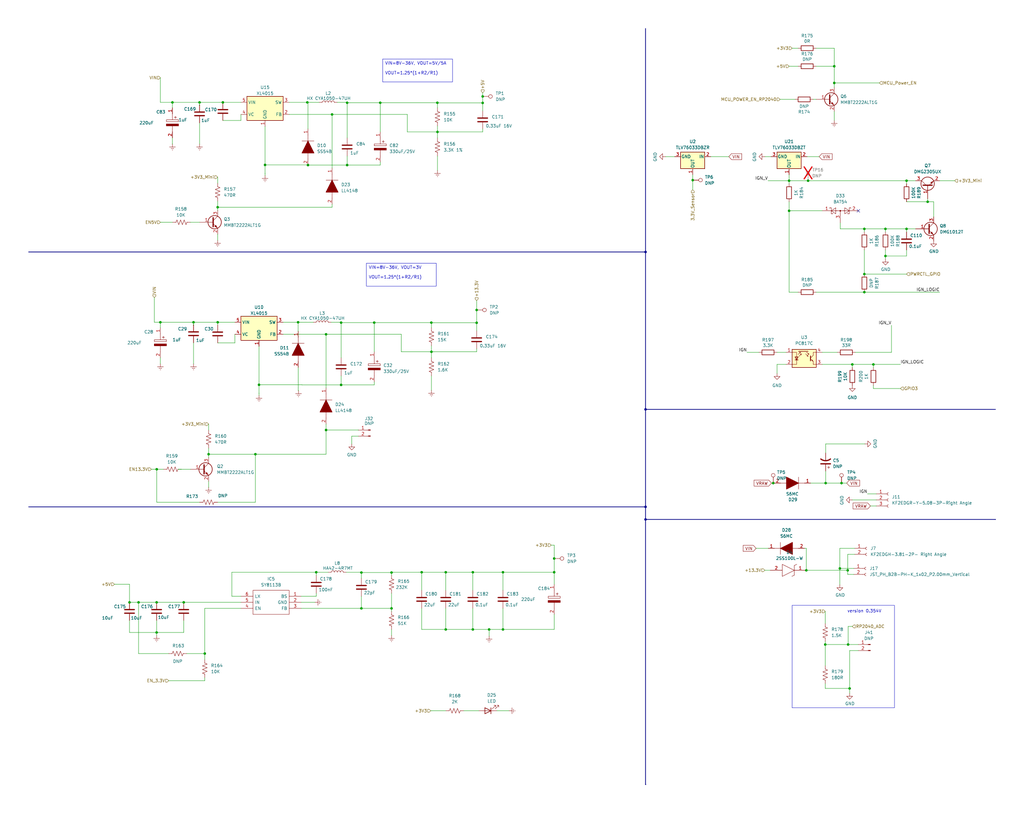
<source format=kicad_sch>
(kicad_sch (version 20250114) (generator "eeschema") (generator_version "9.0")
  (paper "User" 431.8 342.9)
  (rectangle (start 334.01 255.27) (end 377.19 298.45))
  (text "version 0.354V\n" (at 364.49 257.81 0) (effects (font (size 1.27 1.27))))
  (text_box "VIN=8V-36V, VOUT=3V\n\nVOUT=1.25*(1+R2/R1)" (at 154.5047 111.0058 0) (size 29.464 9.652) (margins 0.9525 0.9525 0.9525 0.9525) (effects (font (size 1.27 1.27)) (justify left top)))
  (text_box "VIN=8V-36V, VOUT=5V/5A\n\nVOUT=1.25*(1+R2/R1)" (at 161.3627 24.8998 0) (size 29.464 9.652) (margins 0.9525 0.9525 0.9525 0.9525) (effects (font (size 1.27 1.27)) (justify left top)))
  (junction (at 77.47 254))
  (junction (at 87.9567 191.5238))
  (junction (at 109.22 162.2591))
  (junction (at 66.04 266.7))
  (junction (at 382.27 96.52))
  (junction (at 272.2111 219.027))
  (junction (at 81.6019 135.89))
  (junction (at 326.0562 203.7098))
  (junction (at 133.35 241.3))
  (junction (at 272.2111 172.6156))
  (junction (at 66.04 254))
  (junction (at 200.9867 136.109))
  (junction (at 212.09 265.43))
  (junction (at 84.1419 43.18))
  (junction (at 160.3467 43.3232))
  (junction (at 181.9367 148.3438))
  (junction (at 129.5952 43.18))
  (junction (at 272.2111 106.2507))
  (junction (at 91.7921 135.89))
  (junction (at 351.79 34.9836))
  (junction (at 332.74 76.2))
  (junction (at 137.4867 181.3307))
  (junction (at 357.6299 271.78))
  (junction (at 364.49 96.52))
  (junction (at 373.38 96.52))
  (junction (at 72.7125 43.18))
  (junction (at 184.4767 55.6338))
  (junction (at 212.09 241.3))
  (junction (at 373.38 107.95))
  (junction (at 347.98 271.78))
  (junction (at 292.1 75.9559))
  (junction (at 351.79 27.94))
  (junction (at 203.5267 40.6677))
  (junction (at 137.4867 140.97))
  (junction (at 354.1571 239.698))
  (junction (at 111.76 69.5491))
  (junction (at 107.7044 191.5238))
  (junction (at 165.1 241.4213))
  (junction (at 364.49 115.57))
  (junction (at 348.152 203.7098))
  (junction (at 152.4 241.4213))
  (junction (at 357.4474 240.4977))
  (junction (at 391.16 85.09))
  (junction (at 129.8667 69.6038))
  (junction (at 340.0248 240.4977))
  (junction (at 206.248 265.43))
  (junction (at 177.8 241.3))
  (junction (at 200.9867 130.7165))
  (junction (at 340.7506 76.2))
  (junction (at 233.68 241.3))
  (junction (at 364.49 123.19))
  (junction (at 358.2651 290.3061))
  (junction (at 143.8367 162.3138))
  (junction (at 187.96 265.43))
  (junction (at 66.0848 197.8738))
  (junction (at 91.7667 87.3838))
  (junction (at 152.4 256.54))
  (junction (at 146.3767 43.3232))
  (junction (at 140.0267 48.26))
  (junction (at 199.39 241.3))
  (junction (at 67.6367 135.89))
  (junction (at 54.61 254))
  (junction (at 354.8526 203.7098))
  (junction (at 157.8067 136.0332))
  (junction (at 181.8942 136.0332))
  (junction (at 143.8367 136.0332))
  (junction (at 382.27 76.2))
  (junction (at 93.98 43.18))
  (junction (at 86.36 275.59))
  (junction (at 368.3 153.67))
  (junction (at 58.42 254))
  (junction (at 272.2111 213.7291))
  (junction (at 359.41 153.67))
  (junction (at 125.6954 135.89))
  (junction (at 203.5267 43.399))
  (junction (at 332.74 88.9))
  (junction (at 165.1 256.54))
  (junction (at 187.96 241.3))
  (junction (at 146.3767 69.6038))
  (junction (at 184.4342 43.3232))
  (junction (at 233.68 235.5096))
  (junction (at 199.39 265.43))
  (no_connect (at 361.95 88.9))
  (wire (pts (xy 81.6019 135.89) (xy 91.7921 135.89)))
  (wire (pts (xy 86.36 275.59) (xy 86.36 278.13)))
  (wire (pts (xy 140.0267 87.3838) (xy 140.0267 86.1138)))
  (wire (pts (xy 91.7667 88.6167) (xy 91.7825 88.6167)))
  (wire (pts (xy 177.8 241.3) (xy 165.1 241.3)))
  (wire (pts (xy 129.8667 54.3638) (xy 129.8667 43.18)))
  (wire (pts (xy 375.92 148.59) (xy 360.68 148.59)))
  (wire (pts (xy 181.61 299.72) (xy 187.96 299.72)))
  (wire (pts (xy 137.4867 178.8238) (xy 137.4867 181.3307)))
  (wire (pts (xy 97.79 251.46) (xy 97.79 241.3)))
  (wire (pts (xy 143.8367 158.5038) (xy 143.8367 162.3138)))
  (wire (pts (xy 344.17 20.32) (xy 351.79 20.32)))
  (wire (pts (xy 133.35 241.3) (xy 133.35 242.57)))
  (wire (pts (xy 58.42 254) (xy 66.04 254)))
  (wire (pts (xy 332.74 76.2) (xy 340.7506 76.2)))
  (wire (pts (xy 111.76 69.5491) (xy 111.76 73.1676)))
  (wire (pts (xy 169.2367 148.3438) (xy 181.9367 148.3438)))
  (wire (pts (xy 203.5267 40.6677) (xy 203.5267 43.399)))
  (wire (pts (xy 368.3 154.94) (xy 368.3 153.67)))
  (wire (pts (xy 344.17 123.19) (xy 364.49 123.19)))
  (wire (pts (xy 203.5267 43.399) (xy 203.5267 46.7438)))
  (wire (pts (xy 157.8067 162.3138) (xy 143.8367 162.3138)))
  (wire (pts (xy 165.1 241.3) (xy 165.1 241.4213)))
  (bus (pts (xy 272.2111 172.6156) (xy 419.7618 172.6156)))
  (wire (pts (xy 81.6019 137.16) (xy 81.6067 137.16)))
  (wire (pts (xy 357.4474 240.4977) (xy 357.4474 242.238)))
  (wire (pts (xy 54.61 266.7) (xy 66.04 266.7)))
  (wire (pts (xy 280.67 66.04) (xy 284.48 66.04)))
  (wire (pts (xy 341.802 203.7098) (xy 348.152 203.7098)))
  (wire (pts (xy 80.3367 93.6967) (xy 80.3367 93.7338)))
  (wire (pts (xy 109.22 162.2591) (xy 109.22 165.8776)))
  (wire (pts (xy 91.7667 101.3538) (xy 91.7667 98.7767)))
  (wire (pts (xy 326.0562 203.7098) (xy 326.562 203.7098)))
  (wire (pts (xy 357.6299 264.16) (xy 357.6299 271.78)))
  (wire (pts (xy 137.4867 181.3307) (xy 151.13 181.3307)))
  (wire (pts (xy 111.76 53.34) (xy 111.76 69.5491)))
  (wire (pts (xy 199.39 256.54) (xy 199.39 265.43)))
  (wire (pts (xy 199.39 265.43) (xy 206.248 265.43)))
  (wire (pts (xy 351.79 20.32) (xy 351.79 27.94)))
  (wire (pts (xy 87.9542 191.5238) (xy 87.9542 192.835)))
  (wire (pts (xy 322.4983 240.462) (xy 322.4983 240.4977)))
  (wire (pts (xy 75.2542 197.915) (xy 75.2542 197.8738)))
  (wire (pts (xy 360.0575 242.238) (xy 357.4474 242.238)))
  (wire (pts (xy 195.58 299.72) (xy 201.93 299.72)))
  (wire (pts (xy 66.04 267.97) (xy 66.04 266.7)))
  (wire (pts (xy 346.71 148.59) (xy 353.06 148.59)))
  (wire (pts (xy 143.51 136.0332) (xy 143.8367 136.0332)))
  (wire (pts (xy 382.27 96.52) (xy 373.38 96.52)))
  (wire (pts (xy 143.8367 136.0332) (xy 157.8067 136.0332)))
  (wire (pts (xy 160.3467 55.6338) (xy 160.3467 43.3232)))
  (wire (pts (xy 91.7667 98.7767) (xy 91.7825 98.7767)))
  (wire (pts (xy 206.248 265.43) (xy 206.248 268.224)))
  (wire (pts (xy 84.1419 43.18) (xy 93.98 43.18)))
  (wire (pts (xy 199.39 241.3) (xy 187.96 241.3)))
  (wire (pts (xy 332.74 85.09) (xy 332.74 88.9)))
  (wire (pts (xy 165.1 257.81) (xy 165.1 256.54)))
  (wire (pts (xy 233.68 259.08) (xy 233.68 265.43)))
  (wire (pts (xy 132.0501 135.89) (xy 132.0501 135.8854)))
  (wire (pts (xy 121.92 43.18) (xy 129.5952 43.18)))
  (bus (pts (xy 12.0996 213.7291) (xy 272.2111 213.7291)))
  (wire (pts (xy 87.9567 178.8238) (xy 87.9567 181.3638)))
  (wire (pts (xy 66.04 254) (xy 77.47 254)))
  (wire (pts (xy 157.8067 161.0438) (xy 157.8067 162.3138)))
  (wire (pts (xy 209.55 299.72) (xy 214.63 299.72)))
  (wire (pts (xy 67.6367 138.1838) (xy 67.6367 135.89)))
  (wire (pts (xy 364.49 105.41) (xy 364.49 115.57)))
  (wire (pts (xy 87.9567 191.5238) (xy 107.7044 191.5238)))
  (wire (pts (xy 357.042 203.7098) (xy 354.8526 203.7098)))
  (wire (pts (xy 140.0267 48.26) (xy 140.0267 70.8738)))
  (wire (pts (xy 67.6367 135.89) (xy 81.6019 135.89)))
  (bus (pts (xy 12.0738 106.2507) (xy 272.2111 106.2507)))
  (wire (pts (xy 137.4867 181.3307) (xy 137.4867 191.5238)))
  (wire (pts (xy 54.61 261.62) (xy 54.61 266.7)))
  (wire (pts (xy 347.98 257.81) (xy 347.98 262.89)))
  (wire (pts (xy 332.74 76.2) (xy 332.74 77.47)))
  (wire (pts (xy 91.7667 74.6838) (xy 91.7667 77.2238)))
  (wire (pts (xy 101.6 251.46) (xy 97.79 251.46)))
  (wire (pts (xy 109.22 146.05) (xy 109.22 162.2591)))
  (wire (pts (xy 101.6 256.54) (xy 86.36 256.54)))
  (wire (pts (xy 133.35 241.3) (xy 138.43 241.3)))
  (wire (pts (xy 67.6367 93.7338) (xy 72.7167 93.7338)))
  (wire (pts (xy 382.27 105.41) (xy 382.27 107.95)))
  (wire (pts (xy 181.9367 148.3438) (xy 181.9367 150.8838)))
  (wire (pts (xy 137.4867 140.97) (xy 169.2367 140.97)))
  (wire (pts (xy 177.8 241.3) (xy 177.8 248.92)))
  (wire (pts (xy 187.96 241.3) (xy 177.8 241.3)))
  (wire (pts (xy 382.27 85.09) (xy 391.16 85.09)))
  (wire (pts (xy 331.47 153.67) (xy 327.66 153.67)))
  (bus (pts (xy 272.2111 219.027) (xy 419.7618 219.027)))
  (wire (pts (xy 347.98 290.3061) (xy 358.2651 290.3061)))
  (wire (pts (xy 157.8067 148.3438) (xy 157.8067 136.0332)))
  (wire (pts (xy 332.74 73.66) (xy 332.74 76.2)))
  (wire (pts (xy 332.74 27.94) (xy 336.55 27.94)))
  (wire (pts (xy 292.1 75.9559) (xy 292.1 73.66)))
  (wire (pts (xy 368.3 153.67) (xy 379.73 153.67)))
  (wire (pts (xy 65.0967 125.4838) (xy 65.0967 135.89)))
  (wire (pts (xy 212.09 256.54) (xy 212.09 265.43)))
  (wire (pts (xy 86.36 287.02) (xy 86.36 285.75)))
  (wire (pts (xy 171.7767 55.6338) (xy 184.4767 55.6338)))
  (wire (pts (xy 212.09 241.3) (xy 212.09 248.92)))
  (wire (pts (xy 78.74 275.59) (xy 86.36 275.59)))
  (wire (pts (xy 368.3 163.83) (xy 368.3 162.56)))
  (wire (pts (xy 165.1 250.19) (xy 165.1 256.54)))
  (wire (pts (xy 351.79 34.9836) (xy 351.79 36.83)))
  (wire (pts (xy 129.8667 69.5491) (xy 129.8667 69.6038)))
  (wire (pts (xy 314.96 148.59) (xy 320.04 148.59)))
  (wire (pts (xy 146.05 43.3232) (xy 146.3767 43.3232)))
  (wire (pts (xy 67.6367 150.8838) (xy 67.6367 153.4238)))
  (wire (pts (xy 354.1571 231.2377) (xy 354.1571 239.698)))
  (wire (pts (xy 93.98 50.8) (xy 101.6 50.8)))
  (wire (pts (xy 148.336 183.896) (xy 148.336 187.198)))
  (wire (pts (xy 373.38 107.95) (xy 373.38 109.22)))
  (wire (pts (xy 151.13 183.896) (xy 148.336 183.896)))
  (wire (pts (xy 184.4767 55.6338) (xy 184.4767 58.1738)))
  (wire (pts (xy 200.9867 136.109) (xy 200.9867 139.4538)))
  (wire (pts (xy 327.66 148.59) (xy 331.47 148.59)))
  (wire (pts (xy 184.4342 43.3232) (xy 184.4767 43.3232)))
  (wire (pts (xy 87.9542 205.4938) (xy 87.9567 205.4938)))
  (wire (pts (xy 212.09 241.3) (xy 199.39 241.3)))
  (wire (pts (xy 72.7125 58.1395) (xy 72.7125 60.7138)))
  (wire (pts (xy 357.4474 233.7777) (xy 357.4474 240.4977)))
  (wire (pts (xy 299.72 66.04) (xy 307.34 66.04)))
  (bus (pts (xy 272.2111 106.2507) (xy 272.2111 172.6156)))
  (wire (pts (xy 184.4767 53.0938) (xy 184.4767 55.6338)))
  (wire (pts (xy 81.6067 137.16) (xy 81.6067 136.9138)))
  (wire (pts (xy 332.74 88.9) (xy 332.74 123.19)))
  (wire (pts (xy 181.9367 148.3438) (xy 200.9867 148.3438)))
  (wire (pts (xy 325.292 203.7098) (xy 326.0562 203.7098)))
  (wire (pts (xy 87.9567 188.9838) (xy 87.9567 191.5238)))
  (wire (pts (xy 146.3767 65.7938) (xy 146.3767 69.6038)))
  (wire (pts (xy 129.8667 43.18) (xy 129.5952 43.18)))
  (wire (pts (xy 63.8267 197.8738) (xy 66.0848 197.8738)))
  (wire (pts (xy 109.22 162.2591) (xy 127.3267 162.2591)))
  (wire (pts (xy 233.68 229.87) (xy 233.68 235.5096)))
  (wire (pts (xy 360.0575 239.698) (xy 354.1571 239.698)))
  (wire (pts (xy 146.3767 43.3232) (xy 160.3467 43.3232)))
  (wire (pts (xy 54.61 254) (xy 58.42 254)))
  (wire (pts (xy 340.0248 231.2472) (xy 340.0248 240.4977)))
  (wire (pts (xy 65.0967 135.89) (xy 67.6367 135.89)))
  (wire (pts (xy 358.2651 290.3061) (xy 358.2651 292.3085)))
  (wire (pts (xy 396.24 76.2) (xy 402.59 76.2)))
  (wire (pts (xy 351.79 27.94) (xy 344.17 27.94)))
  (wire (pts (xy 354.1571 239.698) (xy 354.1571 246.5382)))
  (wire (pts (xy 101.6 50.8) (xy 101.6 48.26)))
  (wire (pts (xy 373.38 107.95) (xy 382.27 107.95)))
  (wire (pts (xy 77.47 254) (xy 101.6 254)))
  (wire (pts (xy 181.9367 138.1838) (xy 181.9367 136.0332)))
  (wire (pts (xy 152.4 241.3) (xy 152.4 241.4213)))
  (wire (pts (xy 334.01 20.32) (xy 336.55 20.32)))
  (wire (pts (xy 48.26 246.38) (xy 54.61 246.38)))
  (wire (pts (xy 181.9367 145.8038) (xy 181.9367 148.3438)))
  (wire (pts (xy 396.24 123.19) (xy 364.49 123.19)))
  (wire (pts (xy 111.76 69.5491) (xy 129.8667 69.5491)))
  (wire (pts (xy 160.3467 43.3232) (xy 184.4342 43.3232)))
  (wire (pts (xy 125.73 154.94) (xy 125.73 164.7013)))
  (wire (pts (xy 233.68 246.38) (xy 233.68 241.3)))
  (wire (pts (xy 199.39 241.3) (xy 199.39 248.92)))
  (wire (pts (xy 373.38 96.52) (xy 373.38 97.79)))
  (wire (pts (xy 200.9867 126.7538) (xy 200.9867 130.7165)))
  (wire (pts (xy 332.74 88.9) (xy 346.71 88.9)))
  (wire (pts (xy 200.9867 136.109) (xy 181.8942 136.109)))
  (wire (pts (xy 375.92 137.16) (xy 375.92 148.59)))
  (wire (pts (xy 84.1419 44.45) (xy 84.1419 43.18)))
  (bus (pts (xy 272.2111 213.7291) (xy 272.2111 219.027)))
  (wire (pts (xy 233.68 235.5096) (xy 233.68 241.3)))
  (wire (pts (xy 66.04 261.62) (xy 66.04 266.7)))
  (wire (pts (xy 359.41 153.67) (xy 359.41 154.94)))
  (wire (pts (xy 233.68 241.3) (xy 212.09 241.3)))
  (wire (pts (xy 184.4767 55.6338) (xy 203.5267 55.6338)))
  (wire (pts (xy 373.38 105.41) (xy 373.38 107.95)))
  (wire (pts (xy 119.38 140.97) (xy 137.4867 140.97)))
  (wire (pts (xy 203.5267 55.6338) (xy 203.5267 54.3638)))
  (wire (pts (xy 354.33 93.98) (xy 354.33 96.52)))
  (wire (pts (xy 187.96 241.3) (xy 187.96 248.92)))
  (wire (pts (xy 107.7044 211.7633) (xy 107.7044 191.5238)))
  (wire (pts (xy 347.98 271.78) (xy 347.98 280.67)))
  (wire (pts (xy 364.49 96.52) (xy 364.49 97.79)))
  (wire (pts (xy 127.3267 162.3138) (xy 143.8367 162.3138)))
  (wire (pts (xy 91.7667 87.3838) (xy 140.0267 87.3838)))
  (wire (pts (xy 84.1625 93.6967) (xy 80.3367 93.6967)))
  (wire (pts (xy 292.1 80.01) (xy 292.1 75.9559)))
  (wire (pts (xy 382.27 96.52) (xy 386.08 96.52)))
  (wire (pts (xy 322.4983 240.4977) (xy 324.7848 240.4977)))
  (wire (pts (xy 361.95 271.78) (xy 357.6299 271.78)))
  (wire (pts (xy 152.4 251.46) (xy 152.4 256.54)))
  (wire (pts (xy 75.2542 197.8738) (xy 76.5267 197.8738)))
  (wire (pts (xy 84.1467 44.45) (xy 84.1467 44.2038)))
  (wire (pts (xy 91.7921 144.6065) (xy 99.06 144.6065)))
  (wire (pts (xy 86.36 256.54) (xy 86.36 275.59)))
  (wire (pts (xy 160.3467 68.3338) (xy 160.3467 69.6038)))
  (wire (pts (xy 67.6367 32.7738) (xy 67.6367 43.18)))
  (wire (pts (xy 125.6954 135.89) (xy 132.0501 135.89)))
  (wire (pts (xy 354.33 96.52) (xy 364.49 96.52)))
  (wire (pts (xy 81.6067 144.5338) (xy 81.6067 153.4238)))
  (wire (pts (xy 91.7921 135.89) (xy 99.06 135.89)))
  (wire (pts (xy 151.13 181.3307) (xy 151.13 181.356)))
  (wire (pts (xy 184.4342 43.399) (xy 184.4342 43.3232)))
  (wire (pts (xy 361.95 274.32) (xy 358.2651 274.32)))
  (wire (pts (xy 360.4175 231.2377) (xy 354.1571 231.2377)))
  (wire (pts (xy 146.05 43.1754) (xy 146.05 43.3232)))
  (wire (pts (xy 66.0848 197.8738) (xy 68.9067 197.8738)))
  (wire (pts (xy 323.85 76.2) (xy 332.74 76.2)))
  (wire (pts (xy 87.9542 202.995) (xy 87.9542 205.4938)))
  (wire (pts (xy 233.68 265.43) (xy 212.09 265.43)))
  (wire (pts (xy 368.3 153.67) (xy 359.41 153.67)))
  (wire (pts (xy 71.12 287.02) (xy 86.36 287.02)))
  (wire (pts (xy 125.6954 139.7) (xy 125.73 139.7)))
  (bus (pts (xy 419.7618 219.027) (xy 419.7618 219.0275)))
  (wire (pts (xy 165.1 256.54) (xy 152.4 256.54)))
  (wire (pts (xy 160.3467 69.6038) (xy 146.3767 69.6038)))
  (wire (pts (xy 91.7921 135.89) (xy 91.7921 136.9865)))
  (wire (pts (xy 379.73 163.83) (xy 368.3 163.83)))
  (wire (pts (xy 382.27 76.2) (xy 386.08 76.2)))
  (wire (pts (xy 324.0139 231.2377) (xy 318.8165 231.2377)))
  (wire (pts (xy 109.2247 165.8776) (xy 109.2247 166.707)))
  (wire (pts (xy 187.96 265.43) (xy 199.39 265.43)))
  (wire (pts (xy 72.7125 45.4395) (xy 72.7125 43.18)))
  (wire (pts (xy 143.51 135.8854) (xy 139.6701 135.8854)))
  (wire (pts (xy 327.66 153.67) (xy 327.66 157.48)))
  (wire (pts (xy 133.35 250.19) (xy 133.35 251.46)))
  (wire (pts (xy 364.49 115.57) (xy 382.27 115.57)))
  (wire (pts (xy 358.2651 274.32) (xy 358.2651 290.3061)))
  (wire (pts (xy 393.7 85.09) (xy 391.16 85.09)))
  (wire (pts (xy 66.0848 211.7633) (xy 66.0848 197.8738)))
  (wire (pts (xy 357.4474 233.7777) (xy 360.4175 233.7777)))
  (wire (pts (xy 347.98 288.29) (xy 347.98 290.3061)))
  (wire (pts (xy 203.5267 39.1238) (xy 203.5267 40.6677)))
  (wire (pts (xy 66.04 266.7) (xy 77.47 266.7)))
  (wire (pts (xy 87.9542 191.5238) (xy 87.9567 191.5238)))
  (wire (pts (xy 181.8942 136.109) (xy 181.8942 136.0332)))
  (wire (pts (xy 58.42 275.59) (xy 58.42 254)))
  (wire (pts (xy 129.5952 43.18) (xy 129.5952 43.1754)))
  (wire (pts (xy 54.61 246.38) (xy 54.61 254)))
  (wire (pts (xy 232.41 229.87) (xy 233.68 229.87)))
  (wire (pts (xy 165.1 242.57) (xy 165.1 241.4213)))
  (wire (pts (xy 125.73 164.7013) (xy 125.8771 164.7013)))
  (wire (pts (xy 146.05 43.1754) (xy 142.2101 43.1754)))
  (wire (pts (xy 84.1515 211.7633) (xy 66.0848 211.7633)))
  (wire (pts (xy 140.0267 48.26) (xy 171.7767 48.26)))
  (bus (pts (xy 272.2111 330.8199) (xy 272.3431 330.8199)))
  (wire (pts (xy 121.92 48.26) (xy 140.0267 48.26)))
  (wire (pts (xy 347.98 270.51) (xy 347.98 271.78)))
  (wire (pts (xy 165.1 241.4213) (xy 152.4 241.4213)))
  (wire (pts (xy 342.9 41.91) (xy 344.17 41.91)))
  (wire (pts (xy 365.76 208.28) (xy 369.5252 208.28)))
  (wire (pts (xy 184.4767 45.4738) (xy 184.4767 43.3232)))
  (wire (pts (xy 111.7647 73.1676) (xy 111.7647 73.997)))
  (wire (pts (xy 152.4 256.54) (xy 127 256.54)))
  (wire (pts (xy 322.58 66.04) (xy 325.12 66.04)))
  (wire (pts (xy 129.5952 43.1754) (xy 134.5901 43.1754)))
  (wire (pts (xy 157.8067 136.0332) (xy 181.8942 136.0332)))
  (wire (pts (xy 348.152 187.1998) (xy 348.152 191.0098)))
  (wire (pts (xy 77.47 261.62) (xy 77.47 266.7)))
  (wire (pts (xy 137.4867 140.97) (xy 137.4867 163.5838)))
  (wire (pts (xy 206.248 265.43) (xy 212.09 265.43)))
  (wire (pts (xy 72.7125 60.7138) (xy 72.7167 60.7138)))
  (wire (pts (xy 324.0139 231.2472) (xy 324.0139 231.2377)))
  (wire (pts (xy 72.7125 43.18) (xy 84.1419 43.18)))
  (wire (pts (xy 382.27 97.79) (xy 382.27 96.52)))
  (wire (pts (xy 177.8 256.54) (xy 177.8 265.43)))
  (wire (pts (xy 143.8367 136.0332) (xy 143.8367 150.8838)))
  (wire (pts (xy 200.9867 148.3438) (xy 200.9867 147.0738)))
  (wire (pts (xy 359.41 210.82) (xy 369.5252 210.82)))
  (wire (pts (xy 359.41 264.16) (xy 357.6299 264.16)))
  (wire (pts (xy 99.06 144.6065) (xy 99.06 140.97)))
  (wire (pts (xy 146.3767 43.3232) (xy 146.3767 58.1738)))
  (wire (pts (xy 357.6299 271.78) (xy 347.98 271.78)))
  (wire (pts (xy 391.16 85.09) (xy 391.16 83.82)))
  (wire (pts (xy 373.38 96.52) (xy 364.49 96.52)))
  (wire (pts (xy 177.8 265.43) (xy 187.96 265.43)))
  (wire (pts (xy 129.8667 69.6038) (xy 146.3767 69.6038)))
  (wire (pts (xy 127.3267 162.2591) (xy 127.3267 162.3138)))
  (wire (pts (xy 340.36 66.04) (xy 345.44 66.04)))
  (wire (pts (xy 367.03 213.36) (xy 369.5252 213.36)))
  (wire (pts (xy 109.22 165.8776) (xy 109.2247 165.8776)))
  (bus (pts (xy 272.2111 219.027) (xy 272.2111 330.8199)))
  (wire (pts (xy 184.4767 65.7938) (xy 184.4767 71.8898)))
  (wire (pts (xy 84.1419 44.45) (xy 84.1467 44.45)))
  (wire (pts (xy 67.6367 43.18) (xy 72.7125 43.18)))
  (wire (pts (xy 351.79 34.9836) (xy 370.84 34.9836)))
  (wire (pts (xy 328.93 41.91) (xy 335.28 41.91)))
  (wire (pts (xy 187.96 256.54) (xy 187.96 265.43)))
  (bus (pts (xy 272.2111 172.6156) (xy 272.2111 213.7291)))
  (wire (pts (xy 71.12 275.59) (xy 58.42 275.59)))
  (wire (pts (xy 91.7667 87.3838) (xy 91.7667 88.6167)))
  (wire (pts (xy 200.9867 130.7165) (xy 200.9867 136.109)))
  (wire (pts (xy 169.2367 140.97) (xy 169.2367 148.3438)))
  (wire (pts (xy 203.5267 43.399) (xy 184.4342 43.399)))
  (wire (pts (xy 75.2542 197.915) (xy 80.3342 197.915)))
  (wire (pts (xy 91.7667 84.8438) (xy 91.7667 87.3838)))
  (wire (pts (xy 181.9367 158.5038) (xy 181.9367 164.5998)))
  (wire (pts (xy 81.6019 137.16) (xy 81.6019 135.89)))
  (wire (pts (xy 340.0248 240.4977) (xy 357.4474 240.4977)))
  (wire (pts (xy 351.79 27.94) (xy 351.79 34.9836)))
  (wire (pts (xy 171.7767 48.26) (xy 171.7767 55.6338)))
  (wire (pts (xy 133.35 251.46) (xy 127 251.46)))
  (wire (pts (xy 351.79 46.99) (xy 351.79 50.8)))
  (wire (pts (xy 146.05 241.3) (xy 152.4 241.3)))
  (wire (pts (xy 84.1467 51.8238) (xy 84.1467 60.7138)))
  (wire (pts (xy 348.152 203.7098) (xy 354.8526 203.7098)))
  (wire (pts (xy 107.7044 191.5238) (xy 137.4867 191.5238)))
  (wire (pts (xy 364.662 187.1998) (xy 348.152 187.1998)))
  (wire (pts (xy 165.1 265.43) (xy 165.1 267.97)))
  (wire (pts (xy 340.7506 76.2) (xy 382.27 76.2)))
  (wire (pts (xy 382.27 77.47) (xy 382.27 76.2)))
  (wire (pts (xy 119.38 135.89) (xy 125.6954 135.89)))
  (wire (pts (xy 127 254) (xy 132.8116 254)))
  (wire (pts (xy 348.152 198.6298) (xy 348.152 203.7098)))
  (wire (pts (xy 359.41 153.67) (xy 346.71 153.67)))
  (wire (pts (xy 181.8942 136.0332) (xy 181.9367 136.0332)))
  (wire (pts (xy 143.51 135.8854) (xy 143.51 136.0332)))
  (wire (pts (xy 336.55 123.19) (xy 332.74 123.19)))
  (wire (pts (xy 93.98 43.18) (xy 101.6 43.18)))
  (wire (pts (xy 339.2539 231.2472) (xy 340.0248 231.2472)))
  (bus (pts (xy 272.2111 12.0238) (xy 272.2111 106.2507)))
  (wire (pts (xy 152.4 241.4213) (xy 152.4 243.84)))
  (wire (pts (xy 393.7 85.09) (xy 393.7 91.44)))
  (wire (pts (xy 111.76 73.1676) (xy 111.7647 73.1676)))
  (wire (pts (xy 97.79 241.3) (xy 133.35 241.3)))
  (wire (pts (xy 91.7715 211.7633) (xy 107.7044 211.7633)))
  (wire (pts (xy 125.6954 135.89) (xy 125.6954 139.7)))
  (label "IGN_LOGIC" (at 379.73 153.67 0))
  (label "IGN" (at 365.76 208.28 180))
  (label "IGN_V" (at 323.85 76.2 180))
  (label "IGN_V" (at 375.92 137.16 180))
  (label "IGN_LOGIC" (at 396.24 123.19 180))
  (label "IGN" (at 314.96 148.59 180))
  (global_label "VIN" (shape input) (at 307.34 66.04 0) (property "Intersheetrefs" "${INTERSHEET_REFS}" (effects (hide yes))))
  (global_label "VIN" (shape input) (at 345.44 66.04 0) (property "Intersheetrefs" "${INTERSHEET_REFS}" (effects (hide yes))))
  (global_label "VRAW" (shape input) (at 367.03 213.36 180) (property "Intersheetrefs" "${INTERSHEET_REFS}" (effects (hide yes))))
  (global_label "VIN" (shape input) (at 318.8165 231.2377 180) (property "Intersheetrefs" "${INTERSHEET_REFS}" (effects (hide yes))))
  (global_label "VRAW" (shape input) (at 325.292 203.7098 180) (property "Intersheetrefs" "${INTERSHEET_REFS}" (effects (hide yes))))
  (global_label "VIN" (shape input) (at 357.042 203.7098 0) (property "Intersheetrefs" "${INTERSHEET_REFS}" (effects (hide yes))))
  (hierarchical_label "EN5V" (shape input) (at 67.6367 93.7338 180))
  (hierarchical_label "+3V3" (shape input) (at 334.01 20.32 180))
  (hierarchical_label "RP2040_ADC" (shape input) (at 359.41 264.16 0))
  (hierarchical_label "+5V" (shape input) (at 203.5267 39.1238 90))
  (hierarchical_label "GPIO3" (shape input) (at 379.73 163.83 0))
  (hierarchical_label "VIN" (shape input) (at 65.0967 125.4838 90))
  (hierarchical_label "EN_3.3V" (shape input) (at 71.12 287.02 180))
  (hierarchical_label "EN13.3V" (shape input) (at 63.8267 197.8738 180))
  (hierarchical_label "MCU_Power_EN" (shape input) (at 370.84 34.9836 0))
  (hierarchical_label "+3V3_Mini" (shape input) (at 91.7667 74.6838 180))
  (hierarchical_label "+3V3_Mini" (shape input) (at 87.9567 178.8238 180))
  (hierarchical_label "PWRCTL_GPIO" (shape input) (at 382.27 115.57 0))
  (hierarchical_label "+3V3" (shape input) (at 347.98 257.81 180))
  (hierarchical_label "+13.3V" (shape input) (at 200.9867 126.7538 90))
  (hierarchical_label "VIN" (shape input) (at 67.6367 32.7738 180))
  (hierarchical_label "+3V3" (shape input) (at 181.61 299.72 180))
  (hierarchical_label "+3V3" (shape input) (at 232.41 229.87 180))
  (hierarchical_label "+3V3_Mini" (shape input) (at 402.59 76.2 0))
  (hierarchical_label "+5V" (shape input) (at 332.74 27.94 180))
  (hierarchical_label "+13.3V" (shape input) (at 322.4983 240.462 180))
  (hierarchical_label "3.3V_Sensor" (shape input) (at 292.1 80.01 270))
  (hierarchical_label "+5V" (shape input) (at 48.26 246.38 180))
  (hierarchical_label "MCU_POWER_EN_RP2040" (shape input) (at 328.93 41.91 180))
  (symbol (lib_id "Device:R_US") (at 181.9367 154.6938 0) (unit 1)
    (property "Reference" "R162" (at 184.4767 153.4237 0) (effects (justify left)))
    (property "Value" "1.6K" (at 184.4767 155.9637 0) (effects (justify left)))
    (property "Footprint" "Resistor_SMD:R_0603_1608Metric" (effects (hide yes)))
    (property "Description" "Resistor, US symbol" (effects (hide yes)))
    (property "MPN" "0603WAF1601T5E" (effects (hide yes)))
  )
  (symbol (lib_id "Device:R") (at 323.85 148.59 270) (unit 1)
    (property "Reference" "R197" (at 323.85 143.3322 90))
    (property "Value" "3.3K" (at 323.85 145.6436 90))
    (property "Footprint" "Resistor_SMD:R_0603_1608Metric" (effects (hide yes)))
    (property "MPN" "0603WAF3301T5E" (effects (hide yes)))
  )
  (symbol (lib_id "power:GND") (at 280.67 66.04 270) (unit 1)
    (property "Reference" "#PWR0125" (effects (hide yes)))
    (property "Value" "GND" (at 276.2758 66.167 0))
  )
  (symbol (lib_id "Device:L") (at 135.8601 135.8854 90) (unit 1)
    (property "Reference" "L3" (at 135.8601 132.0754 90))
    (property "Value" "HX CYA1050-47UH" (at 136.0742 134.1794 90))
    (property "Footprint" "CYA1050-47UH:L_Bourns_SRR1208_12.7x12.7mm" (effects (hide yes)))
    (property "MPN" "HX CYA1050-47UH" (effects (hide yes)))
  )
  (symbol (lib_id "SS54B:SS54B") (at 129.8667 54.3638 270) (unit 1)
    (property "Reference" "D10" (at 133.6767 61.3488 90) (effects (justify left)))
    (property "Value" "SS54B" (at 133.6767 63.8888 90) (effects (justify left)))
    (property "Footprint" "Library:SS54B" (effects (hide yes)))
    (property "Datasheet" "https://datasheet.datasheetarchive.com/originals/distributors/Datasheets-3/DSA-43270.pdf" (effects (hide yes)))
    (property "Description" "HY Electronic Corp SS54B, SMT Rectifier Schottky Diode, 40V 5A, 2-Pin SMB" (effects (hide yes)))
    (property "Height" "2.44" (effects (hide yes)))
    (property "Manufacturer_Name" "HY Electronic" (effects (hide yes)))
    (property "Manufacturer_Part_Number" "SS54B" (effects (hide yes)))
    (property "MPN" "SS54B" (effects (hide yes)))
  )
  (symbol (lib_id "Device:R_US") (at 181.9367 141.9938 0) (unit 1)
    (property "Reference" "R161" (at 184.4767 140.7237 0) (effects (justify left)))
    (property "Value" "15K" (at 184.4767 143.2637 0) (effects (justify left)))
    (property "Footprint" "Resistor_SMD:R_0603_1608Metric" (effects (hide yes)))
    (property "Description" "Resistor, US symbol" (effects (hide yes)))
    (property "MPN" "0603WAF1502T5E" (effects (hide yes)))
  )
  (symbol (lib_id "Device:R_US") (at 72.7167 197.8738 90) (unit 1)
    (property "Reference" "R159" (at 72.4627 192.2858 90))
    (property "Value" "10K" (at 72.4627 194.8258 90))
    (property "Footprint" "Resistor_SMD:R_0603_1608Metric" (effects (hide yes)))
    (property "Description" "Resistor, US symbol" (effects (hide yes)))
    (property "MPN" "0603WAF1002T5E" (effects (hide yes)))
  )
  (symbol (lib_id "Connector:TestPoint") (at 292.1 75.9559 270) (unit 1)
    (property "Reference" "TP6" (at 297.18 74.6858 90) (effects (justify left)))
    (property "Value" "DNP" (at 297.18 77.2258 90) (effects (justify left)))
    (property "Footprint" "TestPoint:TestPoint_Pad_1.0x1.0mm" (effects (hide yes)))
    (property "Description" "test point" (effects (hide yes)))
  )
  (symbol (lib_id "Device:C") (at 187.96 252.73 180) (unit 1)
    (property "Reference" "C181" (at 189.484 250.444 0) (effects (justify right)))
    (property "Value" "22uF" (at 188.976 255.016 0) (effects (justify right)))
    (property "Footprint" "Capacitor_SMD:C_0603_1608Metric" (effects (hide yes)))
    (property "MPN" "CL10A226MQ8NRNC" (effects (hide yes)))
  )
  (symbol (lib_id "Device:R") (at 340.36 123.19 270) (unit 1)
    (property "Reference" "R185" (at 340.36 117.9322 90))
    (property "Value" "DNP" (at 340.36 120.2436 90))
    (property "Footprint" "Resistor_SMD:R_0603_1608Metric" (effects (hide yes)))
  )
  (symbol (lib_id "Diode:BAT54AW") (at 354.33 88.9 0) (unit 1)
    (property "Reference" "D33" (at 354.33 82.55 0))
    (property "Value" "BAT54" (at 354.33 85.09 0))
    (property "Footprint" "Package_TO_SOT_SMD:SOT-23" (effects (hide yes)))
    (property "MPN" "BAT54" (effects (hide yes)))
  )
  (symbol (lib_id "power:GND") (at 358.2651 292.3085 0) (unit 1)
    (property "Reference" "#PWR0237" (effects (hide yes)))
    (property "Value" "GND" (at 358.3921 296.7027 0))
  )
  (symbol (lib_id "Device:C") (at 177.8 252.73 180) (unit 1)
    (property "Reference" "C180" (at 179.324 250.444 0) (effects (justify right)))
    (property "Value" "22uF" (at 178.816 255.016 0) (effects (justify right)))
    (property "Footprint" "Capacitor_SMD:C_0603_1608Metric" (effects (hide yes)))
    (property "MPN" "CL10A226MQ8NRNC" (effects (hide yes)))
  )
  (symbol (lib_id "Device:R_US") (at 191.77 299.72 90) (unit 1)
    (property "Reference" "R168" (at 191.77 293.37 90))
    (property "Value" "2K" (at 191.77 295.91 90))
    (property "Footprint" "Resistor_SMD:R_0603_1608Metric" (effects (hide yes)))
    (property "Description" "Resistor, US symbol" (effects (hide yes)))
    (property "MPN" "0603WAF2001T5E" (effects (hide yes)))
  )
  (symbol (lib_id "Device:C") (at 152.4 247.65 180) (unit 1)
    (property "Reference" "C179" (at 153.924 245.364 0) (effects (justify right)))
    (property "Value" "22pF" (at 153.416 249.936 0) (effects (justify right)))
    (property "Footprint" "Capacitor_SMD:C_0603_1608Metric" (effects (hide yes)))
    (property "MPN" "CL10C220JB8NNNC" (effects (hide yes)))
  )
  (symbol (lib_id "Device:C") (at 133.35 246.38 180) (unit 1)
    (property "Reference" "C178" (at 134.874 244.094 0) (effects (justify right)))
    (property "Value" "100nF" (at 134.366 248.666 0) (effects (justify right)))
    (property "Footprint" "Capacitor_SMD:C_0603_1608Metric" (effects (hide yes)))
    (property "MPN" "0603B104K500NT" (effects (hide yes)))
  )
  (symbol (lib_id "Device:C") (at 54.61 257.81 180) (unit 1)
    (property "Reference" "C175" (at 48.006 255.778 0) (effects (justify right)))
    (property "Value" "10uF" (at 42.926 260.604 0) (effects (justify right)))
    (property "Footprint" "Capacitor_SMD:C_0603_1608Metric" (effects (hide yes)))
    (property "MPN" "CL10A106MO8NQNC" (effects (hide yes)))
  )
  (symbol (lib_id "power:Earth") (at 87.9567 205.4938 0) (unit 1)
    (property "Reference" "#PWR0193" (effects (hide yes)))
    (property "Value" "Earth" (effects (hide yes)))
    (property "Description" "Power symbol creates a global label with name \"Earth\"" (effects (hide yes)))
  )
  (symbol (lib_name "GND_1") (lib_id "power:GND") (at 148.336 187.198 0) (unit 1)
    (property "Reference" "#PWR0163" (effects (hide yes)))
    (property "Value" "GND" (at 148.336 191.77 0))
    (property "Description" "Power symbol creates a global label with name \"GND\" , ground" (effects (hide yes)))
  )
  (symbol (lib_id "power:GND") (at 393.7 101.6 0) (unit 1)
    (property "Reference" "#PWR0230" (effects (hide yes)))
    (property "Value" "GND" (at 393.827 105.9942 0))
  )
  (symbol (lib_id "Device:R") (at 340.36 27.94 270) (unit 1)
    (property "Reference" "R176" (at 340.36 22.6822 90))
    (property "Value" "DNP" (at 340.36 24.9936 90))
    (property "Footprint" "Resistor_SMD:R_0603_1608Metric" (effects (hide yes)))
  )
  (symbol (lib_id "Device:C") (at 382.27 101.6 180) (unit 1)
    (property "Reference" "C110" (at 383.794 99.314 0) (effects (justify right)))
    (property "Value" "0.1uF" (at 383.286 103.886 0) (effects (justify right)))
    (property "Footprint" "Capacitor_SMD:C_0603_1608Metric" (effects (hide yes)))
  )
  (symbol (lib_id "power:GND") (at 373.38 109.22 0) (unit 1)
    (property "Reference" "#PWR0229" (effects (hide yes)))
    (property "Value" "GND" (at 373.507 113.6142 0))
  )
  (symbol (lib_id "power:Earth") (at 81.6067 153.4238 0) (unit 1)
    (property "Reference" "#PWR0192" (effects (hide yes)))
    (property "Value" "Earth" (effects (hide yes)))
    (property "Description" "Power symbol creates a global label with name \"Earth\"" (effects (hide yes)))
  )
  (symbol (lib_id "power:GND") (at 322.58 66.04 270) (unit 1)
    (property "Reference" "#PWR0142" (effects (hide yes)))
    (property "Value" "GND" (at 318.1858 66.167 0))
  )
  (symbol (lib_id "Device:R") (at 382.27 81.28 180) (unit 1)
    (property "Reference" "R189" (at 387.5278 81.28 90))
    (property "Value" "100K" (at 385.2164 81.28 90))
    (property "Footprint" "Resistor_SMD:R_0603_1608Metric" (effects (hide yes)))
    (property "MPN" "0603WAF1003T5E" (effects (hide yes)))
  )
  (symbol (lib_id "Device:L") (at 142.24 241.3 90) (unit 1)
    (property "Reference" "L8" (at 142.24 237.49 90))
    (property "Value" "HA42-4R7MT" (at 142.4541 239.594 90))
    (property "Footprint" "Pro V3:Inductor_0402_4.7uH" (effects (hide yes)))
    (property "MPN" "HA42-4R7MT" (effects (hide yes)))
  )
  (symbol (lib_id "power:GND") (at 359.41 210.82 270) (unit 1)
    (property "Reference" "#PWR0207" (effects (hide yes)))
    (property "Value" "GND" (at 355.0158 210.947 0))
  )
  (symbol (lib_id "UWT1E331MNL1GS:UWT1E331MNL1GS") (at 160.3467 55.6338 270) (unit 1)
    (property "Reference" "C82" (at 164.1567 61.3488 90) (effects (justify left)))
    (property "Value" "330uF/25V" (at 164.1567 63.8888 90) (effects (justify left)))
    (property "Footprint" "Capacitor_SMD:C_Elec_8x10.2" (effects (hide yes)))
    (property "Datasheet" "https://datasheet.lcsc.com/lcsc/2211031700_KNSCHA-RVT330UF25V167RV0055_C5246574.pdf" (effects (hide yes)))
    (property "Description" "Nichicon Aluminium Electrolytic Capacitor 330uF 25V dc 8mm WT Series, Surface Mount Electrolytic, +/-20% 8 (Dia.) x 10mm" (effects (hide yes)))
    (property "Height" "10.5" (effects (hide yes)))
    (property "Manufacturer_Name" "Nichicon" (effects (hide yes)))
    (property "Manufacturer_Part_Number" "RVT330UF25V167RV0055 " (effects (hide yes)))
    (property "MPN" "RVT1E331M0810" (effects (hide yes)))
  )
  (symbol (lib_id "Device:R_US") (at 76.5267 93.7338 90) (unit 1)
    (property "Reference" "R158" (at 76.2727 88.1458 90))
    (property "Value" "10K" (at 76.2727 90.6858 90))
    (property "Footprint" "Resistor_SMD:R_0603_1608Metric" (effects (hide yes)))
    (property "Description" "Resistor, US symbol" (effects (hide yes)))
    (property "MPN" "0603WAF1002T5E" (effects (hide yes)))
  )
  (symbol (lib_id "SS54B:SS54B") (at 341.802 203.7098 180) (unit 1)
    (property "Reference" "D29" (at 334.33 210.6867 0))
    (property "Value" "S6MC" (at 334.1196 208.3024 0))
    (property "Footprint" "Diode_SMD:S6MC" (effects (hide yes)))
    (property "Datasheet" "https://www.lcsc.com/product-detail/Diodes-General-Purpose_Shandong-Jingdao-Microelectronics-S6MC_C382843.html" (effects (hide yes)))
    (property "Manufacturer_Part_Number" "SS54B" (effects (hide yes)))
    (property "Mouser Part Number" "S6MC" (effects (hide yes)))
    (property "MPN" "S6MC" (effects (hide yes)))
  )
  (symbol (lib_id "Device:R_US") (at 91.7667 81.0338 0) (unit 1)
    (property "Reference" "R157" (at 94.3067 79.7637 0) (effects (justify left)))
    (property "Value" "470R" (at 94.3067 82.3037 0) (effects (justify left)))
    (property "Footprint" "Resistor_SMD:R_0603_1608Metric" (effects (hide yes)))
    (property "Description" "Resistor, US symbol" (effects (hide yes)))
    (property "MPN" "0603WAF4700T5E" (effects (hide yes)))
  )
  (symbol (lib_id "Device:R") (at 340.36 20.32 270) (unit 1)
    (property "Reference" "R175" (at 340.36 15.0622 90))
    (property "Value" "0R" (at 340.36 17.3736 90))
    (property "Footprint" "Resistor_SMD:R_0603_1608Metric" (effects (hide yes)))
    (property "MPN" "0603WAF0000T5E" (effects (hide yes)))
  )
  (symbol (lib_id "Connector:Conn_01x02_Pin") (at 156.21 181.356 0) (mirror y) (unit 1)
    (property "Reference" "J32" (at 155.575 176.53 0))
    (property "Value" "DNP" (at 155.702 178.562 0))
    (property "Footprint" "Connector_PinHeader_2.54mm:PinHeader_1x02_P2.54mm_Vertical" (effects (hide yes)))
    (property "Description" "Generic connector, single row, 01x02, script generated" (effects (hide yes)))
  )
  (symbol (lib_id "Device:C") (at 81.6067 140.7238 180) (unit 1)
    (property "Reference" "C29" (at 75.0027 138.6918 0) (effects (justify right)))
    (property "Value" "1uF" (at 72.7167 143.2638 0) (effects (justify right)))
    (property "Footprint" "Capacitor_SMD:C_0603_1608Metric" (effects (hide yes)))
    (property "MPN" "CL10A105KB8NNNC" (effects (hide yes)))
  )
  (symbol (lib_id "power:Earth") (at 72.7167 60.7138 0) (unit 1)
    (property "Reference" "#PWR0143" (effects (hide yes)))
    (property "Value" "Earth" (effects (hide yes)))
    (property "Description" "Power symbol creates a global label with name \"Earth\"" (effects (hide yes)))
  )
  (symbol (lib_id "UWT1H221MNL1GS:UWT1H221MNL1GS") (at 233.68 246.38 270) (unit 1)
    (property "Reference" "C184" (at 226.822 248.158 90) (effects (justify left)))
    (property "Value" "220uF" (at 219.71 252.73 90) (effects (justify left)))
    (property "Footprint" "Capacitor_SMD:CP_Elec_6.3x7.7" (effects (hide yes)))
    (property "Datasheet" "https://datasheet.lcsc.com/lcsc/2108241130_KNSCHA-RVT220UF16V67RV0015_C2887273.pdf" (effects (hide yes)))
    (property "Description" "Capacitor lytic SMD WT Series 50V 220uF" (effects (hide yes)))
    (property "Height" "7.7" (effects (hide yes)))
    (property "Manufacturer_Part_Number" "RVT220UF16V67RV0015" (effects (hide yes)))
    (property "MPN" "RVT220UF16V67RV0015" (effects (hide yes)))
  )
  (symbol (lib_id "power:Earth") (at 109.2247 166.707 0) (mirror y) (unit 1)
    (property "Reference" "#PWR0194" (effects (hide yes)))
    (property "Value" "Earth" (effects (hide yes)))
    (property "Description" "Power symbol creates a global label with name \"Earth\"" (effects (hide yes)))
  )
  (symbol (lib_id "Connector:TestPoint") (at 354.8526 203.7098 0) (unit 1)
    (property "Reference" "TP4" (at 357.1854 199.1377 0) (effects (justify left)))
    (property "Value" "DNP" (at 357.1854 201.6777 0) (effects (justify left)))
    (property "Footprint" "TestPoint:TestPoint_Pad_1.0x1.0mm" (effects (hide yes)))
    (property "Description" "test point" (effects (hide yes)))
  )
  (symbol (lib_id "Device:R") (at 373.38 101.6 180) (unit 1)
    (property "Reference" "R188" (at 378.6378 101.6 90))
    (property "Value" "100K" (at 376.3264 101.6 90))
    (property "Footprint" "Resistor_SMD:R_0603_1608Metric" (effects (hide yes)))
    (property "MPN" "0603WAF1003T5E" (effects (hide yes)))
  )
  (symbol (lib_id "Device:R_US") (at 86.36 281.94 0) (unit 1)
    (property "Reference" "R164" (at 88.9 280.6699 0) (effects (justify left)))
    (property "Value" "10K" (at 88.9 283.2099 0) (effects (justify left)))
    (property "Footprint" "Resistor_SMD:R_0603_1608Metric" (effects (hide yes)))
    (property "Description" "Resistor, US symbol" (effects (hide yes)))
    (property "MPN" "0603WAF1002T5E" (effects (hide yes)))
  )
  (symbol (lib_id "power:GND") (at 359.41 162.56 0) (unit 1)
    (property "Reference" "#PWR0248" (effects (hide yes)))
    (property "Value" "GND" (at 359.41 167.64 0))
    (property "Description" "Power symbol creates a global label with name \"GND\" , ground" (effects (hide yes)))
  )
  (symbol (lib_id "SS54B:SS54B") (at 140.0267 70.8738 270) (unit 1)
    (property "Reference" "D23" (at 143.8367 77.8588 90) (effects (justify left)))
    (property "Value" "LL4148" (at 143.8367 80.3988 90) (effects (justify left)))
    (property "Footprint" "Pro V3:LL4148" (effects (hide yes)))
    (property "Datasheet" "https://www.onsemi.com/pdf/datasheet/ll4148-d.pdf" (effects (hide yes)))
    (property "MPN" "LL4148" (effects (hide yes)))
  )
  (symbol (lib_id "Device:R_US") (at 74.93 275.59 90) (unit 1)
    (property "Reference" "R163" (at 75.184 272.288 90))
    (property "Value" "DNP" (at 74.93 278.892 90))
    (property "Footprint" "Resistor_SMD:R_0603_1608Metric" (effects (hide yes)))
    (property "Description" "Resistor, US symbol" (effects (hide yes)))
  )
  (symbol (lib_id "Device:C") (at 200.9867 143.2638 180) (unit 1)
    (property "Reference" "C174" (at 204.7967 141.9937 0) (effects (justify right)))
    (property "Value" "0.33uF 16V" (at 202.2567 145.8038 0) (effects (justify right)))
    (property "Footprint" "Capacitor_SMD:C_0603_1608Metric" (effects (hide yes)))
  )
  (symbol (lib_id "power:Earth") (at 125.8771 164.7013 0) (mirror y) (unit 1)
    (property "Reference" "#PWR0227" (effects (hide yes)))
    (property "Value" "Earth" (effects (hide yes)))
    (property "Description" "Power symbol creates a global label with name \"Earth\"" (effects (hide yes)))
  )
  (symbol (lib_id "Connector:TestPoint") (at 200.9867 130.7165 270) (unit 1)
    (property "Reference" "TP2" (at 206.4241 129.4464 90) (effects (justify left)))
    (property "Value" "DNP" (at 206.4241 131.9864 90) (effects (justify left)))
    (property "Footprint" "TestPoint:TestPoint_Pad_1.0x1.0mm" (effects (hide yes)))
    (property "Description" "test point" (effects (hide yes)))
  )
  (symbol (lib_id "power:Earth") (at 111.7647 73.997 0) (unit 1)
    (property "Reference" "#PWR040" (effects (hide yes)))
    (property "Value" "Earth" (effects (hide yes)))
    (property "Description" "Power symbol creates a global label with name \"Earth\"" (effects (hide yes)))
  )
  (symbol (lib_id "UWT1H221MNL1GS:UWT1H221MNL1GS") (at 72.7125 45.4395 270) (unit 1)
    (property "Reference" "C83" (at 65.8545 47.2175 90) (effects (justify left)))
    (property "Value" "220uF" (at 58.7425 51.7895 90) (effects (justify left)))
    (property "Footprint" "Capacitor_SMD:C_Elec_10x10.2" (effects (hide yes)))
    (property "Datasheet" "https://datasheet.lcsc.com/lcsc/2108241130_KNSCHA-RVT220UF50V67RV0021_C2887271.pdf" (effects (hide yes)))
    (property "Description" " 220uF 50V 230mA@120Hz ±20% SMD,D10xL10.2mm Aluminum Electrolytic Capacitors - SMD ROHS" (effects (hide yes)))
    (property "Height" "10.5" (effects (hide yes)))
    (property "Manufacturer_Part_Number" "RVT220UF50V67RV0021" (effects (hide yes)))
    (property "MPN" "RVT1H221M1010" (effects (hide yes)))
  )
  (symbol (lib_id "Device:C") (at 91.7921 140.7965 180) (unit 1)
    (property "Reference" "C30" (at 86.1787 138.6918 0) (effects (justify right)))
    (property "Value" "1uF" (at 82.6227 143.5178 0) (effects (justify right)))
    (property "Footprint" "Capacitor_SMD:C_0603_1608Metric" (effects (hide yes)))
    (property "MPN" "CL10A105KB8NNNC" (effects (hide yes)))
  )
  (symbol (lib_id "Connector:TestPoint") (at 340.7506 76.2 0) (unit 1) (dnp yes)
    (property "Reference" "TP16" (at 342.4379 71.6279 0) (effects (justify left)))
    (property "Value" "DNP" (at 342.4379 74.1679 0) (effects (justify left)))
    (property "Footprint" "TestPoint:TestPoint_Pad_1.0x1.0mm" (effects (hide yes)))
    (property "Description" "test point" (effects (hide yes)))
  )
  (symbol (lib_id "Connector:Conn_01x03_Socket") (at 374.6052 210.82 0) (unit 1)
    (property "Reference" "J11" (at 376.092 209.5499 0) (effects (justify left)))
    (property "Value" "KF2EDGR-Y-5.08-3P-Right Angle" (at 376.092 212.0899 0) (effects (justify left)))
    (property "Footprint" "Footprint:KF2EDGR-Y-5.08-3P-Right Angle" (effects (hide yes)))
    (property "Description" "Generic connector, single row, 01x03, script generated" (effects (hide yes)))
    (property "MPN" "KF2EDG -3P 5.08 封口 弯" (effects (hide yes)))
  )
  (symbol (lib_id "SS54B:SS54B") (at 137.4867 163.5838 270) (unit 1)
    (property "Reference" "D24" (at 141.2967 170.5688 90) (effects (justify left)))
    (property "Value" "LL4148" (at 141.2967 173.1088 90) (effects (justify left)))
    (property "Footprint" "Pro V3:LL4148" (effects (hide yes)))
    (property "Datasheet" "https://www.onsemi.com/pdf/datasheet/ll4148-d.pdf" (effects (hide yes)))
    (property "MPN" "LL4148" (effects (hide yes)))
  )
  (symbol (lib_id "Device:R") (at 364.49 119.38 180) (unit 1)
    (property "Reference" "R187" (at 369.7478 119.38 90))
    (property "Value" "DNP" (at 367.4364 119.38 90))
    (property "Footprint" "Resistor_SMD:R_0603_1608Metric" (effects (hide yes)))
  )
  (symbol (lib_id "power:Earth") (at 206.248 268.224 0) (unit 1)
    (property "Reference" "#PWR0200" (effects (hide yes)))
    (property "Value" "Earth" (effects (hide yes)))
    (property "Description" "Power symbol creates a global label with name \"Earth\"" (effects (hide yes)))
  )
  (symbol (lib_id "Device:R") (at 339.09 41.91 90) (unit 1)
    (property "Reference" "R174" (at 339.09 47.1678 90))
    (property "Value" "DNP" (at 339.09 44.8564 90))
    (property "Footprint" "Resistor_SMD:R_0603_1608Metric" (effects (hide yes)))
  )
  (symbol (lib_id "Device:L") (at 138.4001 43.1754 90) (unit 1)
    (property "Reference" "L2" (at 138.4001 39.3654 90))
    (property "Value" "HX CYA1050-47UH" (at 138.6142 41.4694 90))
    (property "Footprint" "CYA1050-47UH:L_Bourns_SRR1208_12.7x12.7mm" (effects (hide yes)))
    (property "MPN" "HX CYA1050-47UH" (effects (hide yes)))
  )
  (symbol (lib_name "SY8113B_1") (lib_id "SY8113B:SY8113B") (at 127 251.46 0) (mirror y) (unit 1)
    (property "Reference" "IC5" (at 114.3 244.094 0))
    (property "Value" "SY8113B" (at 114.3 246.634 0))
    (property "Footprint" "Library:SY8113B" (effects (hide yes)))
    (property "Datasheet" "https://www.olimex.com/Products/Breadboarding/BB-PWR-8113/resources/SY8113.pdf" (effects (hide yes)))
    (property "Description" "High Efficiency, 500kHz, 3A, 16V Input Synchronous Step Down Regulator" (effects (hide yes)))
    (property "Height" "1" (effects (hide yes)))
    (property "Manufacturer_Name" "Silergy" (effects (hide yes)))
    (property "Manufacturer_Part_Number" "SY8113B" (effects (hide yes)))
    (property "MPN" "SY8113B" (effects (hide yes)))
  )
  (symbol (lib_id "Device:R") (at 332.74 81.28 180) (unit 1)
    (property "Reference" "R184" (at 337.9978 81.28 90))
    (property "Value" "1K" (at 335.6864 81.28 90))
    (property "Footprint" "Resistor_SMD:R_0603_1608Metric" (effects (hide yes)))
    (property "MPN" "0603WAF1001T5E" (effects (hide yes)))
  )
  (symbol (lib_id "Device:C") (at 146.3767 61.9838 180) (unit 1)
    (property "Reference" "C84" (at 150.1867 60.7137 0) (effects (justify right)))
    (property "Value" "1uF" (at 147.6467 64.5238 0) (effects (justify right)))
    (property "Footprint" "Capacitor_SMD:C_0603_1608Metric" (effects (hide yes)))
    (property "MPN" "CL10A105KB8NNNC" (effects (hide yes)))
  )
  (symbol (lib_id "Device:R") (at 364.49 101.6 180) (unit 1)
    (property "Reference" "R186" (at 369.7478 101.6 90))
    (property "Value" "1K" (at 367.4364 101.6 90))
    (property "Footprint" "Resistor_SMD:R_0603_1608Metric" (effects (hide yes)))
    (property "MPN" "0603WAF1001T5E" (effects (hide yes)))
  )
  (symbol (lib_id "power:GND") (at 354.1571 246.5382 0) (unit 1)
    (property "Reference" "#PWR071" (effects (hide yes)))
    (property "Value" "GND" (at 354.2841 250.9324 0))
  )
  (symbol (lib_id "power:Earth") (at 67.6367 153.4238 0) (unit 1)
    (property "Reference" "#PWR06" (effects (hide yes)))
    (property "Value" "Earth" (effects (hide yes)))
    (property "Description" "Power symbol creates a global label with name \"Earth\"" (effects (hide yes)))
  )
  (symbol (lib_id "Device:C") (at 212.09 252.73 180) (unit 1)
    (property "Reference" "C183" (at 213.614 250.444 0) (effects (justify right)))
    (property "Value" "0.1uF" (at 213.106 255.016 0) (effects (justify right)))
    (property "Footprint" "Capacitor_SMD:C_0603_1608Metric" (effects (hide yes)))
  )
  (symbol (lib_id "Device:R") (at 356.87 148.59 270) (unit 1)
    (property "Reference" "R198" (at 356.87 143.3322 90))
    (property "Value" "33R" (at 356.87 145.6436 90))
    (property "Footprint" "Resistor_SMD:R_0603_1608Metric" (effects (hide yes)))
    (property "MPN" "0603WAF330JT5E" (effects (hide yes)))
  )
  (symbol (lib_id "Connector:Conn_01x02_Socket") (at 365.1375 239.698 0) (unit 1)
    (property "Reference" "J17" (at 366.67 239.6979 0) (effects (justify left)))
    (property "Value" "JST_PH_B2B-PH-K_1x02_P2.00mm_Vertical" (at 366.67 242.2379 0) (effects (justify left)))
    (property "Footprint" "Connector_JST:JST_PH_B2B-PH-K_1x02_P2.00mm_Vertical" (effects (hide yes)))
    (property "Description" "Generic connector, single row, 01x02, script generated" (effects (hide yes)))
    (property "MPN" "PH2.0 2P 直针" (effects (hide yes)))
  )
  (symbol (lib_id "Device:C") (at 143.8367 154.6938 180) (unit 1)
    (property "Reference" "C172" (at 147.6467 153.4237 0) (effects (justify right)))
    (property "Value" "1uF" (at 145.1067 157.2338 0) (effects (justify right)))
    (property "Footprint" "Capacitor_SMD:C_0603_1608Metric" (effects (hide yes)))
    (property "MPN" "CL10A105KB8NNNC" (effects (hide yes)))
  )
  (symbol (lib_id "power:Earth") (at 91.7667 101.3538 0) (unit 1)
    (property "Reference" "#PWR0148" (effects (hide yes)))
    (property "Value" "Earth" (effects (hide yes)))
    (property "Description" "Power symbol creates a global label with name \"Earth\"" (effects (hide yes)))
  )
  (symbol (lib_name "BC107_1") (lib_id "Transistor_BJT:BC107") (at 391.16 78.74 90) (unit 1)
    (property "Reference" "Q7" (at 391.16 69.85 90))
    (property "Value" "DMG2305UX" (at 391.16 72.39 90))
    (property "Footprint" "Package_TO_SOT_SMD:SOT-23" (effects (hide yes)))
    (property "Datasheet" "http://www.b-kainka.de/Daten/Transistor/BC108.pdf" (effects (hide yes)))
    (property "Description" "0.1A Ic, 50V Vce, Low Noise General Purpose NPN Transistor, TO-18" (effects (hide yes)))
    (property "MPN" "DMG2305UX" (effects (hide yes)))
  )
  (symbol (lib_id "UWT1H221MNL1GS:UWT1H221MNL1GS") (at 67.6367 138.1838 270) (unit 1)
    (property "Reference" "C28" (at 60.7787 139.9618 90) (effects (justify left)))
    (property "Value" "220uF" (at 53.6667 144.5338 90) (effects (justify left)))
    (property "Footprint" "Capacitor_SMD:C_Elec_10x10.2" (effects (hide yes)))
    (property "Datasheet" "https://datasheet.lcsc.com/lcsc/2108241130_KNSCHA-RVT220UF50V67RV0021_C2887271.pdf" (effects (hide yes)))
    (property "Description" " 220uF 50V 230mA@120Hz ±20% SMD,D10xL10.2mm Aluminum Electrolytic Capacitors - SMD ROHS" (effects (hide yes)))
    (property "Height" "10.5" (effects (hide yes)))
    (property "Manufacturer_Part_Number" "RVT220UF50V67RV0021" (effects (hide yes)))
    (property "MPN" "RVT1H221M1010" (effects (hide yes)))
  )
  (symbol (lib_id "Device:R_US") (at 87.9567 185.1738 0) (unit 1)
    (property "Reference" "R160" (at 90.4967 183.9037 0) (effects (justify left)))
    (property "Value" "470R" (at 90.4967 186.4437 0) (effects (justify left)))
    (property "Footprint" "Resistor_SMD:R_0603_1608Metric" (effects (hide yes)))
    (property "Description" "Resistor, US symbol" (effects (hide yes)))
    (property "MPN" "0603WAF4700T5E" (effects (hide yes)))
  )
  (symbol (lib_id "Connector:TestPoint") (at 203.5267 40.6677 270) (unit 1)
    (property "Reference" "TP1" (at 208.9641 39.3976 90) (effects (justify left)))
    (property "Value" "DNP" (at 208.9641 41.9376 90) (effects (justify left)))
    (property "Footprint" "TestPoint:TestPoint_Pad_1.0x1.0mm" (effects (hide yes)))
    (property "Description" "test point" (effects (hide yes)))
  )
  (symbol (lib_id "Device:R") (at 368.3 158.75 0) (unit 1)
    (property "Reference" "R200" (at 363.0422 158.75 90))
    (property "Value" "1K" (at 365.3536 158.75 90))
    (property "Footprint" "Resistor_SMD:R_0603_1608Metric" (effects (hide yes)))
    (property "MPN" "0603WAF1001T5E" (effects (hide yes)))
  )
  (symbol (lib_id "Device:R_US") (at 347.98 284.48 0) (unit 1)
    (property "Reference" "R179" (at 350.52 283.2099 0) (effects (justify left)))
    (property "Value" "180R" (at 350.52 285.7499 0) (effects (justify left)))
    (property "Footprint" "Resistor_SMD:R_0603_1608Metric" (effects (hide yes)))
    (property "Description" "Resistor, US symbol" (effects (hide yes)))
    (property "MPN" "0603WAF1800T5E" (effects (hide yes)))
  )
  (symbol (lib_id "Device:R_US") (at 184.4767 61.9838 0) (unit 1)
    (property "Reference" "R156" (at 187.0167 60.7137 0) (effects (justify left)))
    (property "Value" "3.3K 1%" (at 187.0167 63.2537 0) (effects (justify left)))
    (property "Footprint" "Resistor_SMD:R_0603_1608Metric" (effects (hide yes)))
    (property "Description" "Resistor, US symbol" (effects (hide yes)))
    (property "MPN" "0603WAF3301T5E" (effects (hide yes)))
  )
  (symbol (lib_id "Device:R_US") (at 87.9615 211.7633 90) (unit 1)
    (property "Reference" "R173" (at 81.026 209.296 90))
    (property "Value" "DNP" (at 93.98 209.042 90))
    (property "Footprint" "Resistor_SMD:R_0603_1608Metric" (effects (hide yes)))
    (property "Description" "Resistor, US symbol" (effects (hide yes)))
  )
  (symbol (lib_name "LM1117-3.3_1") (lib_id "Regulator_Linear:LM1117-3.3") (at 332.74 66.04 0) (unit 1)
    (property "Reference" "U21" (at 332.74 59.69 0))
    (property "Value" "TLV76033DBZT" (at 332.74 62.23 0))
    (property "Footprint" "Package_TO_SOT_SMD:SOT-23" (effects (hide yes)))
    (property "Datasheet" "http://www.ti.com/lit/ds/symlink/lm1117.pdf" (effects (hide yes)))
    (property "MPN" "TLV76033DBZT" (effects (hide yes)))
  )
  (symbol (lib_id "Device:R") (at 359.41 158.75 0) (unit 1)
    (property "Reference" "R199" (at 354.1522 158.75 90))
    (property "Value" "10K" (at 356.4636 158.75 90))
    (property "Footprint" "Resistor_SMD:R_0603_1608Metric" (effects (hide yes)))
    (property "MPN" "0603WAF1002T5E" (effects (hide yes)))
  )
  (symbol (lib_id "Device:C") (at 84.1467 48.0138 180) (unit 1)
    (property "Reference" "C169" (at 77.5427 45.9818 0) (effects (justify right)))
    (property "Value" "1uF" (at 75.2567 50.5538 0) (effects (justify right)))
    (property "Footprint" "Capacitor_SMD:C_0603_1608Metric" (effects (hide yes)))
    (property "MPN" "CL10A105KB8NNNC" (effects (hide yes)))
  )
  (symbol (lib_id "Connector:TestPoint") (at 326.0562 203.7098 0) (unit 1)
    (property "Reference" "TP5" (at 327.601 199.1377 0) (effects (justify left)))
    (property "Value" "DNP" (at 327.601 201.6777 0) (effects (justify left)))
    (property "Footprint" "TestPoint:TestPoint_Pad_1.0x1.0mm" (effects (hide yes)))
    (property "Description" "test point" (effects (hide yes)))
  )
  (symbol (lib_id "Device:R_US") (at 184.4767 49.2838 0) (unit 1)
    (property "Reference" "R155" (at 187.0167 48.0137 0) (effects (justify left)))
    (property "Value" "10K" (at 187.0167 50.5537 0) (effects (justify left)))
    (property "Footprint" "Resistor_SMD:R_0603_1608Metric" (effects (hide yes)))
    (property "Description" "Resistor, US symbol" (effects (hide yes)))
    (property "MPN" "0603WAF1002T5E" (effects (hide yes)))
  )
  (symbol (lib_id "Device:C") (at 203.5267 50.5538 180) (unit 1)
    (property "Reference" "C171" (at 207.3367 49.2837 0) (effects (justify right)))
    (property "Value" "0.33uF 16V" (at 204.7967 53.0938 0) (effects (justify right)))
    (property "Footprint" "Capacitor_SMD:C_0603_1608Metric" (effects (hide yes)))
  )
  (symbol (lib_id "Regulator_Switching:XL4015") (at 111.76 45.72 0) (unit 1)
    (property "Reference" "U15" (at 111.76 36.83 0))
    (property "Value" "XL4015" (at 111.76 39.37 0))
    (property "Footprint" "Package_TO_SOT_SMD:TO-263-5_TabPin3" (effects (hide yes)))
    (property "Datasheet" "http://www.xlsemi.net/datasheet/XL4015%20datasheet-English.pdf" (effects (hide yes)))
    (property "MPN" "XL4015" (effects (hide yes)))
  )
  (symbol (lib_name "BC107_1") (lib_id "Transistor_BJT:BC107") (at 391.16 96.52 0) (unit 1)
    (property "Reference" "Q8" (at 396.24 95.2499 0) (effects (justify left)))
    (property "Value" "DMG1012T" (at 396.24 97.7899 0) (effects (justify left)))
    (property "Footprint" "Package_TO_SOT_SMD:SOT-523" (effects (hide yes)))
    (property "Datasheet" "http://www.b-kainka.de/Daten/Transistor/BC108.pdf" (effects (hide yes)))
    (property "Description" "0.1A Ic, 50V Vce, Low Noise General Purpose NPN Transistor, TO-18" (effects (hide yes)))
    (property "MPN" "DMG1012T" (effects (hide yes)))
  )
  (symbol (lib_id "power:Earth") (at 184.4767 71.8898 0) (unit 1)
    (property "Reference" "#PWR0147" (effects (hide yes)))
    (property "Value" "Earth" (effects (hide yes)))
    (property "Description" "Power symbol creates a global label with name \"Earth\"" (effects (hide yes)))
  )
  (symbol (lib_id "UWT1E331MNL1GS:UWT1E331MNL1GS") (at 157.8067 148.3438 270) (unit 1)
    (property "Reference" "C32" (at 161.6167 154.0588 90) (effects (justify left)))
    (property "Value" "330uF/25V" (at 161.6167 156.5988 90) (effects (justify left)))
    (property "Footprint" "Capacitor_SMD:C_Elec_8x10.2" (effects (hide yes)))
    (property "Datasheet" "https://datasheet.lcsc.com/lcsc/2211031700_KNSCHA-RVT330UF25V167RV0055_C5246574.pdf" (effects (hide yes)))
    (property "Description" "Nichicon Aluminium Electrolytic Capacitor 330uF 25V dc 8mm WT Series, Surface Mount Electrolytic, +/-20% 8 (Dia.) x 10mm" (effects (hide yes)))
    (property "Height" "10.5" (effects (hide yes)))
    (property "Manufacturer_Name" "Nichicon" (effects (hide yes)))
    (property "Manufacturer_Part_Number" "RVT330UF25V167RV0055 " (effects (hide yes)))
    (property "MPN" "RVT1E331M0810" (effects (hide yes)))
  )
  (symbol (lib_id "Device:R_US") (at 347.98 266.7 0) (unit 1)
    (property "Reference" "R178" (at 350.52 265.4299 0) (effects (justify left)))
    (property "Value" "1.5K" (at 350.52 267.9699 0) (effects (justify left)))
    (property "Footprint" "Resistor_SMD:R_0603_1608Metric" (effects (hide yes)))
    (property "Description" "Resistor, US symbol" (effects (hide yes)))
    (property "MPN" "0603WAF1501T5E" (effects (hide yes)))
  )
  (symbol (lib_id "Transistor_BJT:2N3055") (at 85.4142 197.915 0) (unit 1)
    (property "Reference" "Q2" (at 91.44 196.6449 0) (effects (justify left)))
    (property "Value" "MMBT2222ALT1G" (at 91.44 199.1849 0) (effects (justify left)))
    (property "Footprint" "Pro V3:MMBT2222ALT1G" (effects (hide yes)))
    (property "Datasheet" "https://datasheet.lcsc.com/lcsc/2304140030_onsemi-MMBT2222ALT1G_C82460.pdf" (effects (hide yes)))
    (property "Description" "40V 225mW 100@150mA,10V 600mA NPN SOT-23(TO-236) Bipolar Transistors - BJT ROHS" (effects (hide yes)))
    (property "MPN" "MMBT2222A" (effects (hide yes)))
  )
  (symbol (lib_id "Transistor_BJT:2N3055") (at 89.2425 93.6967 0) (unit 1)
    (property "Reference" "Q3" (at 94.3225 92.4266 0) (effects (justify left)))
    (property "Value" "MMBT2222ALT1G" (at 94.3225 94.9666 0) (effects (justify left)))
    (property "Footprint" "Pro V3:MMBT2222ALT1G" (effects (hide yes)))
    (property "Datasheet" "https://datasheet.lcsc.com/lcsc/2304140030_onsemi-MMBT2222ALT1G_C82460.pdf" (effects (hide yes)))
    (property "Description" "40V 225mW 100@150mA,10V 600mA NPN SOT-23(TO-236) Bipolar Transistors - BJT ROHS" (effects (hide yes)))
    (property "MPN" "MMBT2222A" (effects (hide yes)))
  )
  (symbol (lib_id "SS54B:SS54B") (at 324.0139 231.2472 0) (unit 1)
    (property "Reference" "D28" (at 331.6339 223.5241 0))
    (property "Value" "S6MC" (at 331.6339 226.0641 0))
    (property "Footprint" "Diode_SMD:S6MC" (effects (hide yes)))
    (property "Datasheet" "https://www.lcsc.com/product-detail/Diodes-General-Purpose_Shandong-Jingdao-Microelectronics-S6MC_C382843.html" (effects (hide yes)))
    (property "Manufacturer_Part_Number" "SS54B" (effects (hide yes)))
    (property "Mouser Part Number" "S6MC" (effects (hide yes)))
    (property "MPN" "S6MC" (effects (hide yes)))
  )
  (symbol (lib_id "Sensor_Proximity:SFH9201") (at 339.09 151.13 0) (unit 1)
    (property "Reference" "U3" (at 339.09 142.24 0))
    (property "Value" "PC817C" (at 339.09 144.78 0))
    (property "Footprint" "Footprint:PC817" (effects (hide yes)))
    (property "MPN" "PC817C_4PIN_SMD" (effects (hide yes)))
  )
  (symbol (lib_id "Device:C") (at 66.04 257.81 180) (unit 1)
    (property "Reference" "C176" (at 59.436 255.778 0) (effects (justify right)))
    (property "Value" "10uF" (at 55.118 260.604 0) (effects (justify right)))
    (property "Footprint" "Capacitor_SMD:C_0603_1608Metric" (effects (hide yes)))
    (property "MPN" "CL10A106MO8NQNC" (effects (hide yes)))
  )
  (symbol (lib_id "SS54B:SS54B") (at 125.73 139.7 90) (mirror x) (unit 1)
    (property "Reference" "D11" (at 121.92 146.685 90) (effects (justify left)))
    (property "Value" "SS54B" (at 121.92 149.225 90) (effects (justify left)))
    (property "Footprint" "Library:SS54B" (effects (hide yes)))
    (property "Datasheet" "https://datasheet.datasheetarchive.com/originals/distributors/Datasheets-3/DSA-43270.pdf" (effects (hide yes)))
    (property "Description" "HY Electronic Corp SS54B, SMT Rectifier Schottky Diode, 40V 5A, 2-Pin SMB" (effects (hide yes)))
    (property "Height" "2.44" (effects (hide yes)))
    (property "Manufacturer_Name" "HY Electronic" (effects (hide yes)))
    (property "Manufacturer_Part_Number" "SS54B" (effects (hide yes)))
    (property "MPN" "SS54B" (effects (hide yes)))
  )
  (symbol (lib_id "Connector:Conn_01x02_Pin") (at 367.03 271.78 0) (mirror y) (unit 1)
    (property "Reference" "J41" (at 366.395 266.7 0))
    (property "Value" "DNP" (at 366.395 269.24 0))
    (property "Footprint" "Connector_PinSocket_2.54mm:PinSocket_1x02_P2.54mm_Vertical_SMD_Pin1Left" (effects (hide yes)))
    (property "Description" "Generic connector, single row, 01x02, script generated" (effects (hide yes)))
  )
  (symbol (lib_id "power:GND") (at 327.66 157.48 0) (unit 1)
    (property "Reference" "#PWR0247" (effects (hide yes)))
    (property "Value" "GND" (at 327.66 162.56 0))
    (property "Description" "Power symbol creates a global label with name \"GND\" , ground" (effects (hide yes)))
  )
  (symbol (lib_id "Device:C") (at 199.39 252.73 180) (unit 1)
    (property "Reference" "C182" (at 200.914 250.444 0) (effects (justify right)))
    (property "Value" "0.1uF" (at 200.406 255.016 0) (effects (justify right)))
    (property "Footprint" "Capacitor_SMD:C_0603_1608Metric" (effects (hide yes)))
  )
  (symbol (lib_id "power:Earth") (at 165.1 267.97 0) (unit 1)
    (property "Reference" "#PWR0199" (effects (hide yes)))
    (property "Value" "Earth" (effects (hide yes)))
    (property "Description" "Power symbol creates a global label with name \"Earth\"" (effects (hide yes)))
  )
  (symbol (lib_id "Device:C_Polarized_US") (at 348.152 194.8198 180) (unit 1)
    (property "Reference" "C5" (at 351.2 194.1847 0) (effects (justify right)))
    (property "Value" "DNP" (at 351.2 196.7247 0) (effects (justify right)))
    (property "Footprint" "RP2040_minimal:FYD0H473ZF" (effects (hide yes)))
    (property "Description" "FYD0H473ZF" (effects (hide yes)))
  )
  (symbol (lib_id "power:Earth") (at 84.1467 60.7138 0) (unit 1)
    (property "Reference" "#PWR0141" (effects (hide yes)))
    (property "Value" "Earth" (effects (hide yes)))
    (property "Description" "Power symbol creates a global label with name \"Earth\"" (effects (hide yes)))
  )
  (symbol (lib_id "Device:R_US") (at 165.1 246.38 0) (unit 1)
    (property "Reference" "R165" (at 167.64 245.1099 0) (effects (justify left)))
    (property "Value" "232K" (at 166.878 247.65 0) (effects (justify left)))
    (property "Footprint" "Resistor_SMD:R_0603_1608Metric" (effects (hide yes)))
    (property "Description" "Resistor, US symbol" (effects (hide yes)))
    (property "MPN" "FRC0603F2323TS" (effects (hide yes)))
  )
  (symbol (lib_id "Device:C") (at 77.47 257.81 180) (unit 1)
    (property "Reference" "C177" (at 70.866 255.778 0) (effects (justify right)))
    (property "Value" "10uF" (at 66.548 260.35 0) (effects (justify right)))
    (property "Footprint" "Capacitor_SMD:C_0603_1608Metric" (effects (hide yes)))
    (property "MPN" "CL10A106MO8NQNC" (effects (hide yes)))
  )
  (symbol (lib_id "Device:LED") (at 205.74 299.72 180) (unit 1)
    (property "Reference" "D25" (at 207.3275 293.116 0))
    (property "Value" "LED" (at 207.3275 295.656 0))
    (property "Footprint" "LED_SMD:LED_0603_1608Metric" (effects (hide yes)))
    (property "Description" "Light emitting diode" (effects (hide yes)))
    (property "MPN" "0603 翠绿色 LED" (effects (hide yes)))
  )
  (symbol (lib_id "Connector:TestPoint") (at 233.68 235.5096 270) (unit 1)
    (property "Reference" "TP3" (at 239.1174 234.2395 90) (effects (justify left)))
    (property "Value" "DNP" (at 239.1174 236.7795 90) (effects (justify left)))
    (property "Footprint" "TestPoint:TestPoint_Pad_1.0x1.0mm" (effects (hide yes)))
    (property "Description" "test point" (effects (hide yes)))
  )
  (symbol (lib_id "Connector:Conn_01x02_Socket") (at 365.4975 231.2377 0) (unit 1)
    (property "Reference" "J7" (at 367.03 231.2376 0) (effects (justify left)))
    (property "Value" "KF2EDGH-3.81-2P- Right Angle" (at 367.03 233.7776 0) (effects (justify left)))
    (property "Footprint" "KF2EDGH:KF2EDGH-3.81-2P" (effects (hide yes)))
    (property "Description" "Generic connector, single row, 01x02, script generated" (effects (hide yes)))
    (property "MPN" "KF2EDGV-3.81 2p 直针" (effects (hide yes)))
  )
  (symbol (lib_id "2SS100LW:2SS100L-W") (at 340.0248 240.4977 180) (unit 1)
    (property "Reference" "D4" (at 332.9128 232.8777 0))
    (property "Value" "2SS100L-W" (at 332.9128 235.4177 0))
    (property "Footprint" "2SS100L-W:2SS100LW" (effects (hide yes)))
    (property "Datasheet" "https://componentsearchengine.com/Datasheets/1/2SS100L-W.pdf" (effects (hide yes)))
    (property "Description" "Schottky Diodes & Rectifiers 100V 2A SM SCHOTTKY Barrier Rectifier" (effects (hide yes)))
    (property "Height" "1" (effects (hide yes)))
    (property "Manufacturer_Name" "Rectron" (effects (hide yes)))
    (property "Manufacturer_Part_Number" "2SS100L-W" (effects (hide yes)))
    (property "Mouser Part Number" "583-2SS100L-W" (effects (hide yes)))
    (property "Mouser Price/Stock" "https://www.mouser.co.uk/ProductDetail/Rectron/2SS100L-W?qs=5aG0NVq1C4wsv0OtzLcEnw%3D%3D" (effects (hide yes)))
    (property "Arrow Part Number" "2SS100L-W" (effects (hide yes)))
    (property "Arrow Price/Stock" "https://www.arrow.com/en/products/2ss100l-w/rectron?region=nac" (effects (hide yes)))
    (property "MPN" "2SS100L-W" (effects (hide yes)))
  )
  (symbol (lib_id "Device:C") (at 93.98 46.99 180) (unit 1)
    (property "Reference" "C170" (at 86.36 46.228 0) (effects (justify right)))
    (property "Value" "1uF" (at 84.836 50.8 0) (effects (justify right)))
    (property "Footprint" "Capacitor_SMD:C_0603_1608Metric" (effects (hide yes)))
    (property "MPN" "CL10A105KB8NNNC" (effects (hide yes)))
  )
  (symbol (lib_id "Transistor_BJT:2N3055") (at 349.25 41.91 0) (unit 1)
    (property "Reference" "Q6" (at 354.33 40.6399 0) (effects (justify left)))
    (property "Value" "MMBT2222ALT1G" (at 354.33 43.1799 0) (effects (justify left)))
    (property "Footprint" "Pro V3:MMBT2222ALT1G" (effects (hide yes)))
    (property "Datasheet" "https://datasheet.lcsc.com/lcsc/2304140030_onsemi-MMBT2222ALT1G_C82460.pdf" (effects (hide yes)))
    (property "Description" "40V 225mW 100@150mA,10V 600mA NPN SOT-23(TO-236) Bipolar Transistors - BJT ROHS" (effects (hide yes)))
    (property "MPN" "MMBT2222A" (effects (hide yes)))
  )
  (symbol (lib_id "power:Earth") (at 214.63 299.72 90) (unit 1)
    (property "Reference" "#PWR0201" (effects (hide yes)))
    (property "Value" "Earth" (effects (hide yes)))
    (property "Description" "Power symbol creates a global label with name \"Earth\"" (effects (hide yes)))
  )
  (symbol (lib_id "power:Earth") (at 351.79 50.8 0) (unit 1)
    (property "Reference" "#PWR0232" (effects (hide yes)))
    (property "Value" "Earth" (effects (hide yes)))
    (property "Description" "Power symbol creates a global label with name \"Earth\"" (effects (hide yes)))
  )
  (symbol (lib_id "power:Earth") (at 132.8116 254 90) (unit 1)
    (property "Reference" "#PWR0198" (effects (hide yes)))
    (property "Value" "Earth" (effects (hide yes)))
    (property "Description" "Power symbol creates a global label with name \"Earth\"" (effects (hide yes)))
  )
  (symbol (lib_id "Device:R_US") (at 165.1 261.62 0) (unit 1)
    (property "Reference" "R166" (at 167.64 260.3499 0) (effects (justify left)))
    (property "Value" "51K" (at 167.64 262.8899 0) (effects (justify left)))
    (property "Footprint" "Resistor_SMD:R_0603_1608Metric" (effects (hide yes)))
    (property "Description" "Resistor, US symbol" (effects (hide yes)))
    (property "MPN" "0603WAF5102T5E" (effects (hide yes)))
  )
  (symbol (lib_name "LM1117-3.3_1") (lib_id "Regulator_Linear:LM1117-3.3") (at 292.1 66.04 0) (unit 1)
    (property "Reference" "U2" (at 292.1 59.69 0))
    (property "Value" "TLV76033DBZR" (at 292.1 62.23 0))
    (property "Footprint" "Package_TO_SOT_SMD:SOT-23" (effects (hide yes)))
    (property "Datasheet" "http://www.ti.com/lit/ds/symlink/lm1117.pdf" (effects (hide yes)))
    (property "MPN" "TLV76033DBZT" (effects (hide yes)))
  )
  (symbol (lib_id "power:Earth") (at 66.04 267.97 0) (unit 1)
    (property "Reference" "#PWR0197" (effects (hide yes)))
    (property "Value" "Earth" (effects (hide yes)))
    (property "Description" "Power symbol creates a global label with name \"Earth\"" (effects (hide yes)))
  )
  (symbol (lib_id "Regulator_Switching:XL4015") (at 109.22 138.43 0) (unit 1)
    (property "Reference" "U10" (at 109.22 129.54 0))
    (property "Value" "XL4015" (at 109.22 132.08 0))
    (property "Footprint" "Package_TO_SOT_SMD:TO-263-5_TabPin3" (effects (hide yes)))
    (property "Datasheet" "http://www.xlsemi.net/datasheet/XL4015%20datasheet-English.pdf" (effects (hide yes)))
    (property "MPN" "XL4015" (effects (hide yes)))
  )
  (symbol (lib_id "power:GND") (at 364.662 187.1998 90) (unit 1)
    (property "Reference" "#PWR0238" (effects (hide yes)))
    (property "Value" "GND" (at 369.0562 187.0728 0))
  )
  (symbol (lib_id "power:Earth") (at 181.9367 164.5998 0) (unit 1)
    (property "Reference" "#PWR0195" (effects (hide yes)))
    (property "Value" "Earth" (effects (hide yes)))
    (property "Description" "Power symbol creates a global label with name \"Earth\"" (effects (hide yes)))
  )
)
</source>
